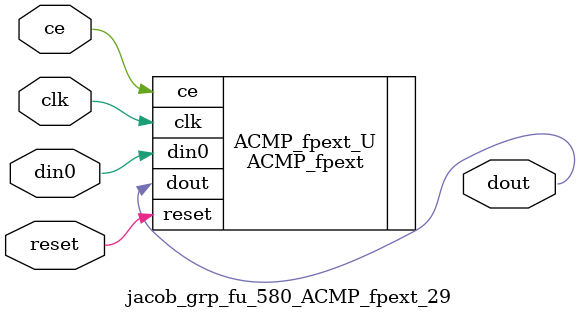
<source format=v>

`timescale 1 ns / 1 ps
module jacob_grp_fu_580_ACMP_fpext_29(
    clk,
    reset,
    ce,
    din0,
    dout);

parameter ID = 32'd1;
parameter NUM_STAGE = 32'd1;
parameter din0_WIDTH = 32'd1;
parameter dout_WIDTH = 32'd1;
input clk;
input reset;
input ce;
input[din0_WIDTH - 1:0] din0;
output[dout_WIDTH - 1:0] dout;



ACMP_fpext #(
.ID( ID ),
.NUM_STAGE( 2 ),
.din0_WIDTH( din0_WIDTH ),
.dout_WIDTH( dout_WIDTH ))
ACMP_fpext_U(
    .clk( clk ),
    .reset( reset ),
    .ce( ce ),
    .din0( din0 ),
    .dout( dout ));

endmodule

</source>
